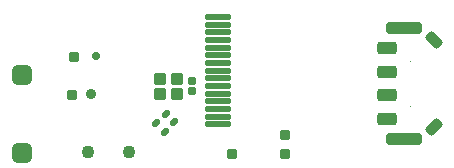
<source format=gbs>
G04*
G04 #@! TF.GenerationSoftware,Altium Limited,Altium Designer,21.8.1 (53)*
G04*
G04 Layer_Color=16711935*
%FSLAX24Y24*%
%MOIN*%
G70*
G04*
G04 #@! TF.SameCoordinates,95809A84-84CF-4DA7-BFB4-83C52BA3911F*
G04*
G04*
G04 #@! TF.FilePolarity,Negative*
G04*
G01*
G75*
G04:AMPARAMS|DCode=28|XSize=25.6mil|YSize=27.6mil|CornerRadius=7.4mil|HoleSize=0mil|Usage=FLASHONLY|Rotation=0.000|XOffset=0mil|YOffset=0mil|HoleType=Round|Shape=RoundedRectangle|*
%AMROUNDEDRECTD28*
21,1,0.0256,0.0128,0,0,0.0*
21,1,0.0108,0.0276,0,0,0.0*
1,1,0.0148,0.0054,-0.0064*
1,1,0.0148,-0.0054,-0.0064*
1,1,0.0148,-0.0054,0.0064*
1,1,0.0148,0.0054,0.0064*
%
%ADD28ROUNDEDRECTD28*%
G04:AMPARAMS|DCode=40|XSize=29.1mil|YSize=21.7mil|CornerRadius=6.4mil|HoleSize=0mil|Usage=FLASHONLY|Rotation=225.000|XOffset=0mil|YOffset=0mil|HoleType=Round|Shape=RoundedRectangle|*
%AMROUNDEDRECTD40*
21,1,0.0291,0.0089,0,0,225.0*
21,1,0.0163,0.0217,0,0,225.0*
1,1,0.0128,-0.0089,-0.0026*
1,1,0.0128,0.0026,0.0089*
1,1,0.0128,0.0089,0.0026*
1,1,0.0128,-0.0026,-0.0089*
%
%ADD40ROUNDEDRECTD40*%
G04:AMPARAMS|DCode=50|XSize=3.9mil|YSize=3.9mil|CornerRadius=0mil|HoleSize=0mil|Usage=FLASHONLY|Rotation=90.000|XOffset=0mil|YOffset=0mil|HoleType=Round|Shape=RoundedRectangle|*
%AMROUNDEDRECTD50*
21,1,0.0039,0.0039,0,0,90.0*
21,1,0.0039,0.0039,0,0,90.0*
1,1,0.0000,0.0020,0.0020*
1,1,0.0000,0.0020,-0.0020*
1,1,0.0000,-0.0020,-0.0020*
1,1,0.0000,-0.0020,0.0020*
%
%ADD50ROUNDEDRECTD50*%
G04:AMPARAMS|DCode=51|XSize=35.4mil|YSize=35.4mil|CornerRadius=9.8mil|HoleSize=0mil|Usage=FLASHONLY|Rotation=0.000|XOffset=0mil|YOffset=0mil|HoleType=Round|Shape=RoundedRectangle|*
%AMROUNDEDRECTD51*
21,1,0.0354,0.0157,0,0,0.0*
21,1,0.0157,0.0354,0,0,0.0*
1,1,0.0197,0.0079,-0.0079*
1,1,0.0197,-0.0079,-0.0079*
1,1,0.0197,-0.0079,0.0079*
1,1,0.0197,0.0079,0.0079*
%
%ADD51ROUNDEDRECTD51*%
%ADD52C,0.0276*%
%ADD53C,0.0354*%
G04:AMPARAMS|DCode=54|XSize=35.4mil|YSize=35.4mil|CornerRadius=9.8mil|HoleSize=0mil|Usage=FLASHONLY|Rotation=90.000|XOffset=0mil|YOffset=0mil|HoleType=Round|Shape=RoundedRectangle|*
%AMROUNDEDRECTD54*
21,1,0.0354,0.0157,0,0,90.0*
21,1,0.0157,0.0354,0,0,90.0*
1,1,0.0197,0.0079,0.0079*
1,1,0.0197,0.0079,-0.0079*
1,1,0.0197,-0.0079,-0.0079*
1,1,0.0197,-0.0079,0.0079*
%
%ADD54ROUNDEDRECTD54*%
%ADD55C,0.0433*%
G04:AMPARAMS|DCode=56|XSize=66.9mil|YSize=66.9mil|CornerRadius=17.7mil|HoleSize=0mil|Usage=FLASHONLY|Rotation=0.000|XOffset=0mil|YOffset=0mil|HoleType=Round|Shape=RoundedRectangle|*
%AMROUNDEDRECTD56*
21,1,0.0669,0.0315,0,0,0.0*
21,1,0.0315,0.0669,0,0,0.0*
1,1,0.0354,0.0157,-0.0157*
1,1,0.0354,-0.0157,-0.0157*
1,1,0.0354,-0.0157,0.0157*
1,1,0.0354,0.0157,0.0157*
%
%ADD56ROUNDEDRECTD56*%
G04:AMPARAMS|DCode=112|XSize=59.1mil|YSize=35.4mil|CornerRadius=9.8mil|HoleSize=0mil|Usage=FLASHONLY|Rotation=135.000|XOffset=0mil|YOffset=0mil|HoleType=Round|Shape=RoundedRectangle|*
%AMROUNDEDRECTD112*
21,1,0.0591,0.0157,0,0,135.0*
21,1,0.0394,0.0354,0,0,135.0*
1,1,0.0197,-0.0084,0.0195*
1,1,0.0197,0.0195,-0.0084*
1,1,0.0197,0.0084,-0.0195*
1,1,0.0197,-0.0195,0.0084*
%
%ADD112ROUNDEDRECTD112*%
G04:AMPARAMS|DCode=113|XSize=59.1mil|YSize=35.4mil|CornerRadius=9.8mil|HoleSize=0mil|Usage=FLASHONLY|Rotation=45.000|XOffset=0mil|YOffset=0mil|HoleType=Round|Shape=RoundedRectangle|*
%AMROUNDEDRECTD113*
21,1,0.0591,0.0157,0,0,45.0*
21,1,0.0394,0.0354,0,0,45.0*
1,1,0.0197,0.0195,0.0084*
1,1,0.0197,-0.0084,-0.0195*
1,1,0.0197,-0.0195,-0.0084*
1,1,0.0197,0.0084,0.0195*
%
%ADD113ROUNDEDRECTD113*%
G04:AMPARAMS|DCode=114|XSize=43.3mil|YSize=66.9mil|CornerRadius=11.8mil|HoleSize=0mil|Usage=FLASHONLY|Rotation=90.000|XOffset=0mil|YOffset=0mil|HoleType=Round|Shape=RoundedRectangle|*
%AMROUNDEDRECTD114*
21,1,0.0433,0.0433,0,0,90.0*
21,1,0.0197,0.0669,0,0,90.0*
1,1,0.0236,0.0217,0.0098*
1,1,0.0236,0.0217,-0.0098*
1,1,0.0236,-0.0217,-0.0098*
1,1,0.0236,-0.0217,0.0098*
%
%ADD114ROUNDEDRECTD114*%
G04:AMPARAMS|DCode=115|XSize=122mil|YSize=37.4mil|CornerRadius=10.3mil|HoleSize=0mil|Usage=FLASHONLY|Rotation=0.000|XOffset=0mil|YOffset=0mil|HoleType=Round|Shape=RoundedRectangle|*
%AMROUNDEDRECTD115*
21,1,0.1220,0.0167,0,0,0.0*
21,1,0.1014,0.0374,0,0,0.0*
1,1,0.0207,0.0507,-0.0084*
1,1,0.0207,-0.0507,-0.0084*
1,1,0.0207,-0.0507,0.0084*
1,1,0.0207,0.0507,0.0084*
%
%ADD115ROUNDEDRECTD115*%
G04:AMPARAMS|DCode=116|XSize=86.6mil|YSize=17.7mil|CornerRadius=5.4mil|HoleSize=0mil|Usage=FLASHONLY|Rotation=180.000|XOffset=0mil|YOffset=0mil|HoleType=Round|Shape=RoundedRectangle|*
%AMROUNDEDRECTD116*
21,1,0.0866,0.0069,0,0,180.0*
21,1,0.0758,0.0177,0,0,180.0*
1,1,0.0108,-0.0379,0.0034*
1,1,0.0108,0.0379,0.0034*
1,1,0.0108,0.0379,-0.0034*
1,1,0.0108,-0.0379,-0.0034*
%
%ADD116ROUNDEDRECTD116*%
G04:AMPARAMS|DCode=117|XSize=41.3mil|YSize=41.3mil|CornerRadius=11.3mil|HoleSize=0mil|Usage=FLASHONLY|Rotation=0.000|XOffset=0mil|YOffset=0mil|HoleType=Round|Shape=RoundedRectangle|*
%AMROUNDEDRECTD117*
21,1,0.0413,0.0187,0,0,0.0*
21,1,0.0187,0.0413,0,0,0.0*
1,1,0.0226,0.0094,-0.0094*
1,1,0.0226,-0.0094,-0.0094*
1,1,0.0226,-0.0094,0.0094*
1,1,0.0226,0.0094,0.0094*
%
%ADD117ROUNDEDRECTD117*%
D28*
X6211Y-3012D02*
D03*
Y-2677D02*
D03*
D40*
X5023Y-4068D02*
D03*
X5312Y-4357D02*
D03*
X5627Y-4052D02*
D03*
X5338Y-3763D02*
D03*
D50*
X13474Y-3504D02*
D03*
Y-2008D02*
D03*
D51*
X9311Y-5098D02*
D03*
X7530Y-5118D02*
D03*
X2215Y-3140D02*
D03*
D52*
X3027Y-1836D02*
D03*
D53*
X2844Y-3100D02*
D03*
D54*
X9311Y-4469D02*
D03*
X2293Y-1880D02*
D03*
D55*
X2736Y-5039D02*
D03*
X4114Y-5049D02*
D03*
D56*
X541Y-5069D02*
D03*
Y-2470D02*
D03*
D112*
X14293Y-1311D02*
D03*
D113*
X14293Y-4205D02*
D03*
D114*
X12707Y-3937D02*
D03*
Y-3150D02*
D03*
Y-1575D02*
D03*
Y-2362D02*
D03*
D115*
X13278Y-4596D02*
D03*
Y-915D02*
D03*
D116*
X7067Y-537D02*
D03*
Y-4120D02*
D03*
Y-793D02*
D03*
Y-3864D02*
D03*
Y-1049D02*
D03*
Y-3608D02*
D03*
Y-1305D02*
D03*
Y-3352D02*
D03*
Y-1561D02*
D03*
Y-3096D02*
D03*
Y-1817D02*
D03*
Y-2841D02*
D03*
Y-2073D02*
D03*
Y-2585D02*
D03*
Y-2329D02*
D03*
D117*
X5148Y-2598D02*
D03*
Y-3091D02*
D03*
X5719D02*
D03*
Y-2598D02*
D03*
M02*

</source>
